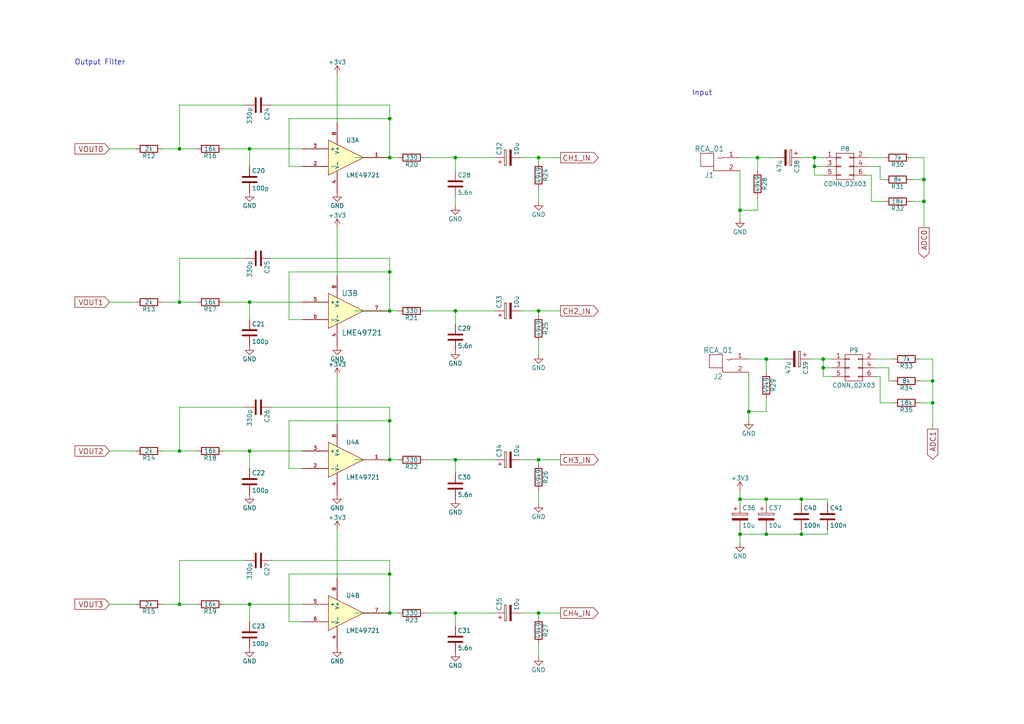
<source format=kicad_sch>
(kicad_sch (version 20211123) (generator eeschema)
  (paper "A4")
  (title_block (title "Filter") (date "2017-06-16") (rev "1.1") (company "Kai Dehmelt") (comment 1 "Revision 1.1 - Michael Funk"))
  (lib_symbols
    (symbol "freeDSP_Classic_SMD-rescue:+3V3" (power) (pin_names (offset 0))
      (property "Value" "+3V3" (at 0 3.556 0))
      (symbol "+3V3_0_1"
        (polyline (pts (xy -0.762 1.27) (xy 0 2.54)))
        (polyline (pts (xy 0 0) (xy 0 2.54)))
        (polyline (pts (xy 0 2.54) (xy 0.762 1.27)))
      )
      (symbol "+3V3_1_1"
        (pin power_in line (at 0 0 90) (length 0) hide (name "+3V3") (number "1"))
      )
    )
    (symbol "freeDSP_Classic_SMD-rescue:C" (pin_numbers hide) (pin_names (offset 0.254))
      (property "Reference" "C" (at 0.635 2.54 0))
      (property "Value" "C" (at 0.635 -2.54 0))
      (symbol "C_0_1"
        (polyline (pts (xy -2.032 -0.762) (xy 2.032 -0.762)) (stroke (width 0.508)))
        (polyline (pts (xy -2.032 0.762) (xy 2.032 0.762)) (stroke (width 0.508)))
      )
      (symbol "C_1_1"
        (pin passive line (at 0 3.81 270) (length 2.794) (name "~") (number "1"))
        (pin passive line (at 0 -3.81 90) (length 2.794) (name "~") (number "2"))
      )
    )
    (symbol "freeDSP_Classic_SMD-rescue:CONN_02X03" (pin_names (offset 0.0254) hide)
      (property "Reference" "P" (at 0 5.08 0))
      (property "Value" "CONN_02X03" (at 0 -5.08 0))
      (symbol "CONN_02X03_0_1"
        (rectangle (start -2.54 -2.413) (end -1.27 -2.667))
        (rectangle (start -2.54 0.127) (end -1.27 -0.127))
        (rectangle (start -2.54 2.667) (end -1.27 2.413))
        (rectangle (start -2.54 3.81) (end 2.54 -3.81))
        (rectangle (start 1.27 -2.413) (end 2.54 -2.667))
        (rectangle (start 1.27 0.127) (end 2.54 -0.127))
        (rectangle (start 1.27 2.667) (end 2.54 2.413))
      )
      (symbol "CONN_02X03_1_1"
        (pin passive line (at -6.35 2.54 0) (length 3.81) (name "P1") (number "1"))
        (pin passive line (at 6.35 2.54 180) (length 3.81) (name "P2") (number "2"))
        (pin passive line (at -6.35 0 0) (length 3.81) (name "P3") (number "3"))
        (pin passive line (at 6.35 0 180) (length 3.81) (name "P4") (number "4"))
        (pin passive line (at -6.35 -2.54 0) (length 3.81) (name "P5") (number "5"))
        (pin passive line (at 6.35 -2.54 180) (length 3.81) (name "P6") (number "6"))
      )
    )
    (symbol "freeDSP_Classic_SMD-rescue:CP" (pin_numbers hide) (pin_names (offset 0.254))
      (property "Reference" "C" (at 0.635 2.54 0))
      (property "Value" "CP" (at 0.635 -2.54 0))
      (symbol "CP_0_1"
        (rectangle (start -2.286 0.508) (end -2.286 1.016))
        (rectangle (start -2.286 0.508) (end 2.286 0.508))
        (polyline (pts (xy -1.778 2.286) (xy -0.762 2.286)))
        (polyline (pts (xy -1.27 2.794) (xy -1.27 1.778)))
        (rectangle (start 2.286 -0.508) (end -2.286 -1.016) (fill (type outline)))
        (rectangle (start 2.286 1.016) (end -2.286 1.016))
        (rectangle (start 2.286 1.016) (end 2.286 0.508))
      )
      (symbol "CP_1_1"
        (pin passive line (at 0 3.81 270) (length 2.794) (name "~") (number "1"))
        (pin passive line (at 0 -3.81 90) (length 2.794) (name "~") (number "2"))
      )
    )
    (symbol "freeDSP_Classic_SMD-rescue:GND" (power) (pin_names (offset 0))
      (property "Value" "GND" (at 0 -3.81 0))
      (symbol "GND_0_1"
        (polyline (pts (xy 0 0) (xy 0 -1.27) (xy 1.27 -1.27) (xy 0 -2.54) (xy -1.27 -1.27) (xy 0 -1.27)))
      )
      (symbol "GND_1_1"
        (pin power_in line (at 0 0 270) (length 0) hide (name "GND") (number "1"))
      )
    )
    (symbol "freeDSP_Classic_SMD-rescue:LM358"
      (property "Reference" "U" (at -1.27 5.08 0))
      (property "Value" "LM358" (at -1.27 -6.35 0))
      (symbol "LM358_0_1"
        (polyline (pts (xy -5.08 5.08) (xy 5.08 0) (xy -5.08 -5.08) (xy -5.08 5.08)) (stroke (width 0.1524)) (fill (type background)))
        (pin power_in line (at -2.54 -10.16 90) (length 6.35) (name "V-") (number "4"))
        (pin power_in line (at -2.54 10.16 270) (length 6.35) (name "V+") (number "8"))
      )
      (symbol "LM358_1_1"
        (pin output line (at 12.7 0 180) (length 7.62) (name "~") (number "1"))
        (pin input line (at -12.7 -2.54 0) (length 7.62) (name "-") (number "2"))
        (pin input line (at -12.7 2.54 0) (length 7.62) (name "+") (number "3"))
      )
      (symbol "LM358_2_1"
        (pin input line (at -12.7 2.54 0) (length 7.62) (name "+") (number "5"))
        (pin input line (at -12.7 -2.54 0) (length 7.62) (name "-") (number "6"))
        (pin output line (at 12.7 0 180) (length 7.62) (name "~") (number "7"))
      )
    )
    (symbol "freeDSP_Classic_SMD-rescue:R" (pin_numbers hide) (pin_names (offset 0))
      (property "Reference" "R" (at 2.032 0 90))
      (property "Value" "R" (at 0 0 90))
      (symbol "R_0_1"
        (rectangle (start -1.016 -2.54) (end 1.016 2.54) (stroke (width 0.254)))
      )
      (symbol "R_1_1"
        (pin passive line (at 0 3.81 270) (length 1.27) (name "~") (number "1"))
        (pin passive line (at 0 -3.81 90) (length 1.27) (name "~") (number "2"))
      )
    )
    (symbol "freeDSP_Classic_SMD-rescue:RCA_01" (pin_names (offset 1.016) hide)
      (property "Reference" "J" (at -1.27 -2.54 0))
      (property "Value" "RCA_01" (at -1.27 5.08 0))
      (symbol "RCA_01_0_1"
        (rectangle (start -3.81 3.81) (end 0 0))
        (polyline (pts (xy 0 -1.27) (xy 0 0)))
        (polyline (pts (xy 0 -1.27) (xy 2.54 -1.27)))
        (arc (start 1.27 2.54) (mid 1.905 2.277) (end 2.54 2.54))
      )
      (symbol "RCA_01_1_1"
        (pin passive line (at 7.62 2.54 180) (length 5.08) (name "SIG") (number "1"))
        (pin passive line (at 7.62 -1.27 180) (length 5.08) (name "GND") (number "2"))
      )
    )
  )
  (junction (at 267.97 58.42))
  (junction (at 52.07 130.81))
  (junction (at 52.07 87.63))
  (junction (at 236.22 45.72))
  (junction (at 72.39 87.63))
  (junction (at 113.03 90.17))
  (junction (at 156.21 45.72))
  (junction (at 132.08 90.17))
  (junction (at 52.07 43.18))
  (junction (at 113.03 78.867))
  (junction (at 238.76 106.68))
  (junction (at 156.21 177.8))
  (junction (at 72.39 130.81))
  (junction (at 238.76 104.14))
  (junction (at 113.03 166.497))
  (junction (at 270.51 110.49))
  (junction (at 232.41 144.78))
  (junction (at 214.63 154.94))
  (junction (at 222.25 154.94))
  (junction (at 232.41 154.94))
  (junction (at 219.71 45.72))
  (junction (at 267.97 52.07))
  (junction (at 156.21 90.17))
  (junction (at 270.51 116.84))
  (junction (at 113.03 122.047))
  (junction (at 222.25 104.14))
  (junction (at 132.08 133.35))
  (junction (at 214.63 144.78))
  (junction (at 236.22 48.26))
  (junction (at 222.25 144.78))
  (junction (at 72.39 43.18))
  (junction (at 113.03 133.35))
  (junction (at 132.08 177.8))
  (junction (at 214.63 60.96))
  (junction (at 156.21 133.35))
  (junction (at 113.03 45.72))
  (junction (at 113.03 177.8))
  (junction (at 217.17 119.38))
  (junction (at 113.03 34.417))
  (junction (at 72.39 175.26))
  (junction (at 52.07 175.26))
  (junction (at 132.08 45.72))
  (wire (pts (xy 72.39 180.34) (xy 72.39 175.26)))
  (wire (pts (xy 72.39 92.71) (xy 72.39 87.63)))
  (wire (pts (xy 132.08 177.8) (xy 143.51 177.8)))
  (wire (pts (xy 64.77 87.63) (xy 72.39 87.63)))
  (wire (pts (xy 222.25 119.38) (xy 217.17 119.38)))
  (wire (pts (xy 113.03 74.93) (xy 113.03 78.867)))
  (wire (pts (xy 214.63 144.78) (xy 214.63 146.05)))
  (wire (pts (xy 156.21 179.07) (xy 156.21 177.8)))
  (wire (pts (xy 214.63 60.96) (xy 214.63 63.5)))
  (wire (pts (xy 64.77 175.26) (xy 72.39 175.26)))
  (wire (pts (xy 72.39 87.63) (xy 87.63 87.63)))
  (wire (pts (xy 238.76 104.14) (xy 238.76 106.68)))
  (wire (pts (xy 266.7 116.84) (xy 270.51 116.84)))
  (wire (pts (xy 238.76 104.14) (xy 241.3 104.14)))
  (wire (pts (xy 123.19 177.8) (xy 132.08 177.8)))
  (wire (pts (xy 219.71 60.96) (xy 214.63 60.96)))
  (wire (pts (xy 222.25 154.94) (xy 214.63 154.94)))
  (wire (pts (xy 251.46 45.72) (xy 256.54 45.72)))
  (wire (pts (xy 264.16 45.72) (xy 267.97 45.72)))
  (wire (pts (xy 214.63 45.72) (xy 219.71 45.72)))
  (wire (pts (xy 52.07 74.93) (xy 71.12 74.93)))
  (wire (pts (xy 238.76 106.68) (xy 238.76 109.22)))
  (wire (pts (xy 254 104.14) (xy 259.08 104.14)))
  (wire (pts (xy 232.41 153.67) (xy 232.41 154.94)))
  (wire (pts (xy 113.03 74.93) (xy 78.74 74.93)))
  (wire (pts (xy 64.77 130.81) (xy 72.39 130.81)))
  (wire (pts (xy 102.87 177.8) (xy 113.03 177.8)))
  (wire (pts (xy 113.03 122.047) (xy 113.03 133.35)))
  (wire (pts (xy 219.71 49.53) (xy 219.71 45.72)))
  (wire (pts (xy 83.82 180.34) (xy 83.82 166.497)))
  (wire (pts (xy 255.27 52.07) (xy 256.54 52.07)))
  (wire (pts (xy 132.08 133.35) (xy 143.51 133.35)))
  (wire (pts (xy 132.08 45.72) (xy 143.51 45.72)))
  (wire (pts (xy 52.07 87.63) (xy 57.15 87.63)))
  (wire (pts (xy 83.82 135.89) (xy 83.82 122.047)))
  (wire (pts (xy 156.21 90.17) (xy 162.56 90.17)))
  (wire (pts (xy 83.82 122.047) (xy 113.03 122.047)))
  (wire (pts (xy 52.07 130.81) (xy 57.15 130.81)))
  (wire (pts (xy 31.75 175.26) (xy 39.37 175.26)))
  (wire (pts (xy 113.03 162.56) (xy 113.03 166.497)))
  (wire (pts (xy 113.03 118.11) (xy 78.74 118.11)))
  (wire (pts (xy 236.22 50.8) (xy 238.76 50.8)))
  (wire (pts (xy 113.03 133.35) (xy 115.57 133.35)))
  (wire (pts (xy 156.21 142.24) (xy 156.21 146.05)))
  (wire (pts (xy 214.63 153.67) (xy 214.63 154.94)))
  (wire (pts (xy 240.03 154.94) (xy 232.41 154.94)))
  (wire (pts (xy 132.08 177.8) (xy 132.08 181.61)))
  (wire (pts (xy 270.51 110.49) (xy 270.51 116.84)))
  (wire (pts (xy 113.03 162.56) (xy 78.74 162.56)))
  (wire (pts (xy 222.25 153.67) (xy 222.25 154.94)))
  (wire (pts (xy 123.19 90.17) (xy 132.08 90.17)))
  (wire (pts (xy 217.17 104.14) (xy 222.25 104.14)))
  (wire (pts (xy 214.63 49.53) (xy 214.63 60.96)))
  (wire (pts (xy 238.76 109.22) (xy 241.3 109.22)))
  (wire (pts (xy 232.41 154.94) (xy 222.25 154.94)))
  (wire (pts (xy 254 109.22) (xy 255.27 109.22)))
  (wire (pts (xy 219.71 45.72) (xy 224.79 45.72)))
  (wire (pts (xy 64.77 43.18) (xy 72.39 43.18)))
  (wire (pts (xy 251.46 50.8) (xy 252.73 50.8)))
  (wire (pts (xy 31.75 43.18) (xy 39.37 43.18)))
  (wire (pts (xy 255.27 109.22) (xy 255.27 116.84)))
  (wire (pts (xy 132.08 133.35) (xy 132.08 137.16)))
  (wire (pts (xy 113.03 30.48) (xy 78.74 30.48)))
  (wire (pts (xy 222.25 115.57) (xy 222.25 119.38)))
  (wire (pts (xy 113.03 118.11) (xy 113.03 122.047)))
  (wire (pts (xy 46.99 43.18) (xy 52.07 43.18)))
  (wire (pts (xy 52.07 30.48) (xy 71.12 30.48)))
  (wire (pts (xy 87.63 180.34) (xy 83.82 180.34)))
  (wire (pts (xy 266.7 104.14) (xy 270.51 104.14)))
  (wire (pts (xy 252.73 58.42) (xy 256.54 58.42)))
  (wire (pts (xy 219.71 57.15) (xy 219.71 60.96)))
  (wire (pts (xy 113.03 78.867) (xy 113.03 90.17)))
  (wire (pts (xy 52.07 130.81) (xy 52.07 118.11)))
  (wire (pts (xy 31.75 87.63) (xy 39.37 87.63)))
  (wire (pts (xy 87.63 92.71) (xy 83.82 92.71)))
  (wire (pts (xy 232.41 146.05) (xy 232.41 144.78)))
  (wire (pts (xy 52.07 162.56) (xy 71.12 162.56)))
  (wire (pts (xy 72.39 48.26) (xy 72.39 43.18)))
  (wire (pts (xy 236.22 48.26) (xy 238.76 48.26)))
  (wire (pts (xy 267.97 45.72) (xy 267.97 52.07)))
  (wire (pts (xy 264.16 58.42) (xy 267.97 58.42)))
  (wire (pts (xy 266.7 110.49) (xy 270.51 110.49)))
  (wire (pts (xy 222.25 107.95) (xy 222.25 104.14)))
  (wire (pts (xy 123.19 133.35) (xy 132.08 133.35)))
  (wire (pts (xy 46.99 87.63) (xy 52.07 87.63)))
  (wire (pts (xy 255.27 116.84) (xy 259.08 116.84)))
  (wire (pts (xy 87.63 135.89) (xy 83.82 135.89)))
  (wire (pts (xy 113.03 34.417) (xy 113.03 45.72)))
  (wire (pts (xy 83.82 78.867) (xy 113.03 78.867)))
  (wire (pts (xy 270.51 116.84) (xy 270.51 124.46)))
  (wire (pts (xy 39.37 130.81) (xy 31.75 130.81)))
  (wire (pts (xy 87.63 48.26) (xy 83.82 48.26)))
  (wire (pts (xy 72.39 135.89) (xy 72.39 130.81)))
  (wire (pts (xy 156.21 133.35) (xy 162.56 133.35)))
  (wire (pts (xy 267.97 52.07) (xy 267.97 58.42)))
  (wire (pts (xy 83.82 48.26) (xy 83.82 34.417)))
  (wire (pts (xy 72.39 43.18) (xy 87.63 43.18)))
  (wire (pts (xy 102.87 45.72) (xy 113.03 45.72)))
  (wire (pts (xy 214.63 144.78) (xy 222.25 144.78)))
  (wire (pts (xy 132.08 45.72) (xy 132.08 49.53)))
  (wire (pts (xy 46.99 130.81) (xy 52.07 130.81)))
  (wire (pts (xy 113.03 45.72) (xy 115.57 45.72)))
  (wire (pts (xy 217.17 119.38) (xy 217.17 121.92)))
  (wire (pts (xy 236.22 48.26) (xy 236.22 50.8)))
  (wire (pts (xy 156.21 46.99) (xy 156.21 45.72)))
  (wire (pts (xy 151.13 133.35) (xy 156.21 133.35)))
  (wire (pts (xy 222.25 146.05) (xy 222.25 144.78)))
  (wire (pts (xy 156.21 91.44) (xy 156.21 90.17)))
  (wire (pts (xy 113.03 177.8) (xy 115.57 177.8)))
  (wire (pts (xy 156.21 177.8) (xy 162.56 177.8)))
  (wire (pts (xy 257.81 106.68) (xy 257.81 110.49)))
  (wire (pts (xy 83.82 92.71) (xy 83.82 78.867)))
  (wire (pts (xy 72.39 130.81) (xy 87.63 130.81)))
  (wire (pts (xy 132.08 90.17) (xy 143.51 90.17)))
  (wire (pts (xy 151.13 177.8) (xy 156.21 177.8)))
  (wire (pts (xy 52.07 43.18) (xy 57.15 43.18)))
  (wire (pts (xy 234.95 104.14) (xy 238.76 104.14)))
  (wire (pts (xy 123.19 45.72) (xy 132.08 45.72)))
  (wire (pts (xy 52.07 175.26) (xy 52.07 162.56)))
  (wire (pts (xy 83.82 166.497) (xy 113.03 166.497)))
  (wire (pts (xy 254 106.68) (xy 257.81 106.68)))
  (wire (pts (xy 97.79 21.59) (xy 97.79 35.56)))
  (wire (pts (xy 222.25 104.14) (xy 227.33 104.14)))
  (wire (pts (xy 240.03 144.78) (xy 240.03 146.05)))
  (wire (pts (xy 132.08 90.17) (xy 132.08 93.98)))
  (wire (pts (xy 156.21 186.69) (xy 156.21 190.5)))
  (wire (pts (xy 240.03 153.67) (xy 240.03 154.94)))
  (wire (pts (xy 97.79 109.22) (xy 97.79 123.19)))
  (wire (pts (xy 97.79 66.04) (xy 97.79 80.01)))
  (wire (pts (xy 270.51 104.14) (xy 270.51 110.49)))
  (wire (pts (xy 72.39 175.26) (xy 87.63 175.26)))
  (wire (pts (xy 113.03 166.497) (xy 113.03 177.8)))
  (wire (pts (xy 232.41 144.78) (xy 240.03 144.78)))
  (wire (pts (xy 102.87 133.35) (xy 113.03 133.35)))
  (wire (pts (xy 52.07 118.11) (xy 71.12 118.11)))
  (wire (pts (xy 156.21 54.61) (xy 156.21 58.42)))
  (wire (pts (xy 52.07 43.18) (xy 52.07 30.48)))
  (wire (pts (xy 267.97 58.42) (xy 267.97 66.04)))
  (wire (pts (xy 46.99 175.26) (xy 52.07 175.26)))
  (wire (pts (xy 255.27 48.26) (xy 255.27 52.07)))
  (wire (pts (xy 156.21 99.06) (xy 156.21 102.87)))
  (wire (pts (xy 236.22 45.72) (xy 238.76 45.72)))
  (wire (pts (xy 217.17 107.95) (xy 217.17 119.38)))
  (wire (pts (xy 214.63 154.94) (xy 214.63 157.48)))
  (wire (pts (xy 156.21 45.72) (xy 162.56 45.72)))
  (wire (pts (xy 132.08 57.15) (xy 132.08 59.69)))
  (wire (pts (xy 238.76 106.68) (xy 241.3 106.68)))
  (wire (pts (xy 83.82 34.417) (xy 113.03 34.417)))
  (wire (pts (xy 236.22 45.72) (xy 236.22 48.26)))
  (wire (pts (xy 222.25 144.78) (xy 232.41 144.78)))
  (wire (pts (xy 264.16 52.07) (xy 267.97 52.07)))
  (wire (pts (xy 232.41 45.72) (xy 236.22 45.72)))
  (wire (pts (xy 102.87 90.17) (xy 113.03 90.17)))
  (wire (pts (xy 52.07 87.63) (xy 52.07 74.93)))
  (wire (pts (xy 97.79 153.67) (xy 97.79 167.64)))
  (wire (pts (xy 251.46 48.26) (xy 255.27 48.26)))
  (wire (pts (xy 52.07 175.26) (xy 57.15 175.26)))
  (wire (pts (xy 214.63 142.24) (xy 214.63 144.78)))
  (wire (pts (xy 113.03 30.48) (xy 113.03 34.417)))
  (wire (pts (xy 151.13 90.17) (xy 156.21 90.17)))
  (wire (pts (xy 113.03 90.17) (xy 115.57 90.17)))
  (wire (pts (xy 151.13 45.72) (xy 156.21 45.72)))
  (wire (pts (xy 156.21 134.62) (xy 156.21 133.35)))
  (wire (pts (xy 257.81 110.49) (xy 259.08 110.49)))
  (wire (pts (xy 252.73 50.8) (xy 252.73 58.42)))
  (text "Input" (at 200.66 27.94 0) (effects (font (size 1.524 1.524)) (justify left bottom)))
  (text "Output Filter" (at 21.59 19.05 0) (effects (font (size 1.524 1.524)) (justify left bottom)))
  (global_label "VOUT3" (shape input) (at 31.75 175.26 180) (effects (font (size 1.524 1.524))) (property "Intersheet References" "${INTERSHEET_REFS}" (effects hide)))
  (global_label "VOUT1" (shape input) (at 31.75 87.63 180) (effects (font (size 1.524 1.524))) (property "Intersheet References" "${INTERSHEET_REFS}" (effects hide)))
  (global_label "CH2_IN" (shape output) (at 162.56 90.17 0) (effects (font (size 1.524 1.524))) (property "Intersheet References" "${INTERSHEET_REFS}" (effects hide)))
  (global_label "ADC1" (shape output) (at 270.51 124.46 270) (effects (font (size 1.524 1.524))) (property "Intersheet References" "${INTERSHEET_REFS}" (effects hide)))
  (global_label "ADC0" (shape output) (at 267.97 66.04 270) (effects (font (size 1.524 1.524))) (property "Intersheet References" "${INTERSHEET_REFS}" (effects hide)))
  (global_label "CH4_IN" (shape output) (at 162.56 177.8 0) (effects (font (size 1.524 1.524))) (property "Intersheet References" "${INTERSHEET_REFS}" (effects hide)))
  (global_label "VOUT2" (shape input) (at 31.75 130.81 180) (effects (font (size 1.524 1.524))) (property "Intersheet References" "${INTERSHEET_REFS}" (effects hide)))
  (global_label "CH3_IN" (shape output) (at 162.56 133.35 0) (effects (font (size 1.524 1.524))) (property "Intersheet References" "${INTERSHEET_REFS}" (effects hide)))
  (global_label "VOUT0" (shape input) (at 31.75 43.18 180) (effects (font (size 1.524 1.524))) (property "Intersheet References" "${INTERSHEET_REFS}" (effects hide)))
  (global_label "CH1_IN" (shape output) (at 162.56 45.72 0) (effects (font (size 1.524 1.524))) (property "Intersheet References" "${INTERSHEET_REFS}" (effects hide)))
  (symbol (lib_id "freeDSP_Classic_SMD-rescue:R") (at 43.18 43.18 270) (unit 1)
    (property "Reference" "R12" (at 43.18 45.212 90))
    (property "Value" "2k" (at 43.18 43.18 90))
    (property "Footprint" "fdsp_resistor:R_1206_HandSoldering" (effects hide))
  )
  (symbol (lib_id "freeDSP_Classic_SMD-rescue:R") (at 60.96 43.18 270) (unit 1)
    (property "Reference" "R16" (at 60.96 45.212 90))
    (property "Value" "16k" (at 60.96 43.18 90))
    (property "Footprint" "fdsp_resistor:R_1206_HandSoldering" (effects hide))
  )
  (symbol (lib_id "freeDSP_Classic_SMD-rescue:C") (at 72.39 52.07 0) (unit 1)
    (property "Reference" "C20" (at 73.025 49.53 0) (effects (justify left)))
    (property "Value" "100p" (at 73.025 54.61 0) (effects (justify left)))
    (property "Footprint" "fdsp_capacitor:C_1206_HandSoldering" (effects hide))
  )
  (symbol (lib_id "freeDSP_Classic_SMD-rescue:C") (at 74.93 30.48 270) (unit 1)
    (property "Reference" "C24" (at 77.47 31.115 0) (effects (justify left)))
    (property "Value" "330p" (at 72.39 31.115 0) (effects (justify left)))
    (property "Footprint" "fdsp_capacitor:C_1206_HandSoldering" (effects hide))
  )
  (symbol (lib_id "freeDSP_Classic_SMD-rescue:R") (at 119.38 45.72 270) (unit 1)
    (property "Reference" "R20" (at 119.38 47.752 90))
    (property "Value" "330" (at 119.38 45.72 90))
    (property "Footprint" "fdsp_resistor:R_1206_HandSoldering" (effects hide))
  )
  (symbol (lib_id "freeDSP_Classic_SMD-rescue:C") (at 132.08 53.34 0) (unit 1)
    (property "Reference" "C28" (at 132.715 50.8 0) (effects (justify left)))
    (property "Value" "5.6n" (at 132.715 55.88 0) (effects (justify left)))
    (property "Footprint" "fdsp_capacitor:C_1206_HandSoldering" (effects hide))
  )
  (symbol (lib_id "freeDSP_Classic_SMD-rescue:CP") (at 147.32 45.72 90) (unit 1)
    (property "Reference" "C32" (at 144.78 45.085 0) (effects (justify left)))
    (property "Value" "10u" (at 149.86 45.085 0) (effects (justify left)))
    (property "Footprint" "fdsp_capacitor:C_Radial_D5_L11_P2" (effects hide))
  )
  (symbol (lib_id "freeDSP_Classic_SMD-rescue:GND") (at 97.79 55.88 0) (unit 1)
    (property "Reference" "#PWR047" (effects hide))
    (property "Value" "GND" (at 97.79 59.69 0))
  )
  (symbol (lib_id "freeDSP_Classic_SMD-rescue:+3V3") (at 97.79 21.59 0) (unit 1)
    (property "Reference" "#PWR043" (effects hide))
    (property "Value" "+3V3" (at 97.79 18.034 0))
  )
  (symbol (lib_id "freeDSP_Classic_SMD-rescue:GND") (at 72.39 55.88 0) (unit 1)
    (property "Reference" "#PWR046" (effects hide))
    (property "Value" "GND" (at 72.39 59.69 0))
  )
  (symbol (lib_id "freeDSP_Classic_SMD-rescue:R") (at 156.21 50.8 0) (unit 1)
    (property "Reference" "R24" (at 158.242 50.8 90))
    (property "Value" "49k9" (at 156.21 50.8 90))
    (property "Footprint" "fdsp_resistor:R_1206_HandSoldering" (effects hide))
  )
  (symbol (lib_id "freeDSP_Classic_SMD-rescue:RCA_01") (at 207.01 48.26 0) (unit 1)
    (property "Reference" "J1" (at 205.74 50.8 0) (effects (font (size 1.524 1.524))))
    (property "Value" "RCA_01" (at 205.74 43.18 0) (effects (font (size 1.524 1.524))))
    (property "Footprint" "fdsp_connector:RCA_RCJ-01x" (effects hide))
  )
  (symbol (lib_id "freeDSP_Classic_SMD-rescue:CP") (at 228.6 45.72 270) (unit 1)
    (property "Reference" "C38" (at 231.14 46.355 0) (effects (justify left)))
    (property "Value" "47u" (at 226.06 46.355 0) (effects (justify left)))
    (property "Footprint" "fdsp_capacitor:C_Radial_D5_L11_P2" (effects hide))
  )
  (symbol (lib_id "freeDSP_Classic_SMD-rescue:CONN_02X03") (at 245.11 48.26 0) (unit 1)
    (property "Reference" "P8" (at 245.11 43.18 0))
    (property "Value" "CONN_02X03" (at 245.11 53.34 0))
    (property "Footprint" "fdsp_pinheader:Pin_Header_Straight_2x03" (effects hide))
  )
  (symbol (lib_id "freeDSP_Classic_SMD-rescue:R") (at 260.35 45.72 270) (unit 1)
    (property "Reference" "R30" (at 260.35 47.752 90))
    (property "Value" "7k" (at 260.35 45.72 90))
    (property "Footprint" "fdsp_resistor:R_1206_HandSoldering" (effects hide))
  )
  (symbol (lib_id "freeDSP_Classic_SMD-rescue:R") (at 260.35 52.07 270) (unit 1)
    (property "Reference" "R31" (at 260.35 54.102 90))
    (property "Value" "8k" (at 260.35 52.07 90))
    (property "Footprint" "fdsp_resistor:R_1206_HandSoldering" (effects hide))
  )
  (symbol (lib_id "freeDSP_Classic_SMD-rescue:R") (at 260.35 58.42 270) (unit 1)
    (property "Reference" "R32" (at 260.35 60.452 90))
    (property "Value" "18k" (at 260.35 58.42 90))
    (property "Footprint" "fdsp_resistor:R_1206_HandSoldering" (effects hide))
  )
  (symbol (lib_id "freeDSP_Classic_SMD-rescue:GND") (at 214.63 63.5 0) (unit 1)
    (property "Reference" "#PWR044" (effects hide))
    (property "Value" "GND" (at 214.63 67.31 0))
  )
  (symbol (lib_id "freeDSP_Classic_SMD-rescue:R") (at 219.71 53.34 0) (unit 1)
    (property "Reference" "R28" (at 221.742 53.34 90))
    (property "Value" "49k9" (at 219.71 53.34 90))
    (property "Footprint" "fdsp_resistor:R_1206_HandSoldering" (effects hide))
  )
  (symbol (lib_id "freeDSP_Classic_SMD-rescue:LM358") (at 100.33 45.72 0) (unit 1)
    (property "Reference" "U3" (at 100.33 40.64 0) (effects (justify left)))
    (property "Value" "LME49721" (at 100.33 50.8 0) (effects (justify left)))
    (property "Footprint" "fdsp_housing_new:SOIC-8_3.9x4.9mm_Pitch1.27mm" (effects hide))
  )
  (symbol (lib_id "freeDSP_Classic_SMD-rescue:RCA_01") (at 209.55 106.68 0) (unit 1)
    (property "Reference" "J2" (at 208.28 109.22 0) (effects (font (size 1.524 1.524))))
    (property "Value" "RCA_01" (at 208.28 101.6 0) (effects (font (size 1.524 1.524))))
    (property "Footprint" "fdsp_connector:RCA_RCJ-01x" (effects hide))
  )
  (symbol (lib_id "freeDSP_Classic_SMD-rescue:CP") (at 231.14 104.14 270) (unit 1)
    (property "Reference" "C39" (at 233.68 104.775 0) (effects (justify left)))
    (property "Value" "47u" (at 228.6 104.775 0) (effects (justify left)))
    (property "Footprint" "fdsp_capacitor:C_Radial_D5_L11_P2" (effects hide))
  )
  (symbol (lib_id "freeDSP_Classic_SMD-rescue:CONN_02X03") (at 247.65 106.68 0) (unit 1)
    (property "Reference" "P9" (at 247.65 101.6 0))
    (property "Value" "CONN_02X03" (at 247.65 111.76 0))
    (property "Footprint" "fdsp_pinheader:Pin_Header_Straight_2x03" (effects hide))
  )
  (symbol (lib_id "freeDSP_Classic_SMD-rescue:R") (at 262.89 104.14 270) (unit 1)
    (property "Reference" "R33" (at 262.89 106.172 90))
    (property "Value" "7k" (at 262.89 104.14 90))
    (property "Footprint" "fdsp_resistor:R_1206_HandSoldering" (effects hide))
  )
  (symbol (lib_id "freeDSP_Classic_SMD-rescue:R") (at 262.89 110.49 270) (unit 1)
    (property "Reference" "R34" (at 262.89 112.522 90))
    (property "Value" "8k" (at 262.89 110.49 90))
    (property "Footprint" "fdsp_resistor:R_1206_HandSoldering" (effects hide))
  )
  (symbol (lib_id "freeDSP_Classic_SMD-rescue:R") (at 262.89 116.84 270) (unit 1)
    (property "Reference" "R35" (at 262.89 118.872 90))
    (property "Value" "18k" (at 262.89 116.84 90))
    (property "Footprint" "fdsp_resistor:R_1206_HandSoldering" (effects hide))
  )
  (symbol (lib_id "freeDSP_Classic_SMD-rescue:GND") (at 217.17 121.92 0) (unit 1)
    (property "Reference" "#PWR045" (effects hide))
    (property "Value" "GND" (at 217.17 125.73 0))
  )
  (symbol (lib_id "freeDSP_Classic_SMD-rescue:R") (at 222.25 111.76 0) (unit 1)
    (property "Reference" "R29" (at 224.282 111.76 90))
    (property "Value" "49k9" (at 222.25 111.76 90))
    (property "Footprint" "fdsp_resistor:R_1206_HandSoldering" (effects hide))
  )
  (symbol (lib_id "freeDSP_Classic_SMD-rescue:GND") (at 214.63 157.48 0) (unit 1)
    (property "Reference" "#PWR065" (effects hide))
    (property "Value" "GND" (at 214.63 161.29 0))
  )
  (symbol (lib_id "freeDSP_Classic_SMD-rescue:CP") (at 214.63 149.86 0) (unit 1)
    (property "Reference" "C36" (at 215.265 147.32 0) (effects (justify left)))
    (property "Value" "10u" (at 215.265 152.4 0) (effects (justify left)))
    (property "Footprint" "fdsp_capacitor:C_Radial_D5_L11_P2" (effects hide))
  )
  (symbol (lib_id "freeDSP_Classic_SMD-rescue:CP") (at 222.25 149.86 0) (unit 1)
    (property "Reference" "C37" (at 222.885 147.32 0) (effects (justify left)))
    (property "Value" "10u" (at 222.885 152.4 0) (effects (justify left)))
    (property "Footprint" "fdsp_capacitor:C_Radial_D5_L11_P2" (effects hide))
  )
  (symbol (lib_id "freeDSP_Classic_SMD-rescue:+3V3") (at 214.63 142.24 0) (unit 1)
    (property "Reference" "#PWR066" (effects hide))
    (property "Value" "+3V3" (at 214.63 138.684 0))
  )
  (symbol (lib_id "freeDSP_Classic_SMD-rescue:C") (at 232.41 149.86 0) (unit 1)
    (property "Reference" "C40" (at 233.045 147.32 0) (effects (justify left)))
    (property "Value" "100n" (at 233.045 152.4 0) (effects (justify left)))
    (property "Footprint" "fdsp_capacitor:C_1206_HandSoldering" (effects hide))
  )
  (symbol (lib_id "freeDSP_Classic_SMD-rescue:C") (at 240.03 149.86 0) (unit 1)
    (property "Reference" "C41" (at 240.665 147.32 0) (effects (justify left)))
    (property "Value" "100n" (at 240.665 152.4 0) (effects (justify left)))
    (property "Footprint" "fdsp_capacitor:C_1206_HandSoldering" (effects hide))
  )
  (symbol (lib_id "freeDSP_Classic_SMD-rescue:+3V3") (at 97.79 66.04 0) (unit 1)
    (property "Reference" "#PWR048" (effects hide))
    (property "Value" "+3V3" (at 97.79 62.484 0))
  )
  (symbol (lib_id "freeDSP_Classic_SMD-rescue:GND") (at 72.39 100.33 0) (unit 1)
    (property "Reference" "#PWR049" (effects hide))
    (property "Value" "GND" (at 72.39 104.14 0))
  )
  (symbol (lib_id "freeDSP_Classic_SMD-rescue:GND") (at 97.79 100.33 0) (unit 1)
    (property "Reference" "#PWR050" (effects hide))
    (property "Value" "GND" (at 97.79 104.14 0))
  )
  (symbol (lib_id "freeDSP_Classic_SMD-rescue:CP") (at 147.32 90.17 90) (unit 1)
    (property "Reference" "C33" (at 144.78 89.535 0) (effects (justify left)))
    (property "Value" "10u" (at 149.86 89.535 0) (effects (justify left)))
    (property "Footprint" "fdsp_capacitor:C_Radial_D5_L11_P2" (effects hide))
  )
  (symbol (lib_id "freeDSP_Classic_SMD-rescue:C") (at 132.08 97.79 0) (unit 1)
    (property "Reference" "C29" (at 132.715 95.25 0) (effects (justify left)))
    (property "Value" "5.6n" (at 132.715 100.33 0) (effects (justify left)))
    (property "Footprint" "fdsp_capacitor:C_1206_HandSoldering" (effects hide))
  )
  (symbol (lib_id "freeDSP_Classic_SMD-rescue:R") (at 119.38 90.17 270) (unit 1)
    (property "Reference" "R21" (at 119.38 92.202 90))
    (property "Value" "330" (at 119.38 90.17 90))
    (property "Footprint" "fdsp_resistor:R_1206_HandSoldering" (effects hide))
  )
  (symbol (lib_id "freeDSP_Classic_SMD-rescue:C") (at 74.93 74.93 270) (unit 1)
    (property "Reference" "C25" (at 77.47 75.565 0) (effects (justify left)))
    (property "Value" "330p" (at 72.39 75.565 0) (effects (justify left)))
    (property "Footprint" "fdsp_capacitor:C_1206_HandSoldering" (effects hide))
  )
  (symbol (lib_id "freeDSP_Classic_SMD-rescue:C") (at 72.39 96.52 0) (unit 1)
    (property "Reference" "C21" (at 73.025 93.98 0) (effects (justify left)))
    (property "Value" "100p" (at 73.025 99.06 0) (effects (justify left)))
    (property "Footprint" "fdsp_capacitor:C_1206_HandSoldering" (effects hide))
  )
  (symbol (lib_id "freeDSP_Classic_SMD-rescue:R") (at 60.96 87.63 270) (unit 1)
    (property "Reference" "R17" (at 60.96 89.662 90))
    (property "Value" "16k" (at 60.96 87.63 90))
    (property "Footprint" "fdsp_resistor:R_1206_HandSoldering" (effects hide))
  )
  (symbol (lib_id "freeDSP_Classic_SMD-rescue:R") (at 43.18 87.63 270) (unit 1)
    (property "Reference" "R13" (at 43.18 89.662 90))
    (property "Value" "2k" (at 43.18 87.63 90))
    (property "Footprint" "fdsp_resistor:R_1206_HandSoldering" (effects hide))
  )
  (symbol (lib_id "freeDSP_Classic_SMD-rescue:+3V3") (at 97.79 109.22 0) (unit 1)
    (property "Reference" "#PWR051" (effects hide))
    (property "Value" "+3V3" (at 97.79 105.664 0))
  )
  (symbol (lib_id "freeDSP_Classic_SMD-rescue:GND") (at 72.39 143.51 0) (unit 1)
    (property "Reference" "#PWR052" (effects hide))
    (property "Value" "GND" (at 72.39 147.32 0))
  )
  (symbol (lib_id "freeDSP_Classic_SMD-rescue:GND") (at 97.79 143.51 0) (unit 1)
    (property "Reference" "#PWR053" (effects hide))
    (property "Value" "GND" (at 97.79 147.32 0))
  )
  (symbol (lib_id "freeDSP_Classic_SMD-rescue:CP") (at 147.32 133.35 90) (unit 1)
    (property "Reference" "C34" (at 144.78 132.715 0) (effects (justify left)))
    (property "Value" "10u" (at 149.86 132.715 0) (effects (justify left)))
    (property "Footprint" "fdsp_capacitor:C_Radial_D5_L11_P2" (effects hide))
  )
  (symbol (lib_id "freeDSP_Classic_SMD-rescue:C") (at 132.08 140.97 0) (unit 1)
    (property "Reference" "C30" (at 132.715 138.43 0) (effects (justify left)))
    (property "Value" "5.6n" (at 132.715 143.51 0) (effects (justify left)))
    (property "Footprint" "fdsp_capacitor:C_1206_HandSoldering" (effects hide))
  )
  (symbol (lib_id "freeDSP_Classic_SMD-rescue:R") (at 119.38 133.35 270) (unit 1)
    (property "Reference" "R22" (at 119.38 135.382 90))
    (property "Value" "330" (at 119.38 133.35 90))
    (property "Footprint" "fdsp_resistor:R_1206_HandSoldering" (effects hide))
  )
  (symbol (lib_id "freeDSP_Classic_SMD-rescue:C") (at 74.93 118.11 270) (unit 1)
    (property "Reference" "C26" (at 77.47 118.745 0) (effects (justify left)))
    (property "Value" "330p" (at 72.39 118.745 0) (effects (justify left)))
    (property "Footprint" "fdsp_capacitor:C_1206_HandSoldering" (effects hide))
  )
  (symbol (lib_id "freeDSP_Classic_SMD-rescue:C") (at 72.39 139.7 0) (unit 1)
    (property "Reference" "C22" (at 73.025 137.16 0) (effects (justify left)))
    (property "Value" "100p" (at 73.025 142.24 0) (effects (justify left)))
    (property "Footprint" "fdsp_capacitor:C_1206_HandSoldering" (effects hide))
  )
  (symbol (lib_id "freeDSP_Classic_SMD-rescue:R") (at 60.96 130.81 270) (unit 1)
    (property "Reference" "R18" (at 60.96 132.842 90))
    (property "Value" "16k" (at 60.96 130.81 90))
    (property "Footprint" "fdsp_resistor:R_1206_HandSoldering" (effects hide))
  )
  (symbol (lib_id "freeDSP_Classic_SMD-rescue:R") (at 43.18 130.81 270) (unit 1)
    (property "Reference" "R14" (at 43.18 132.842 90))
    (property "Value" "2k" (at 43.18 130.81 90))
    (property "Footprint" "fdsp_resistor:R_1206_HandSoldering" (effects hide))
  )
  (symbol (lib_id "freeDSP_Classic_SMD-rescue:LM358") (at 100.33 133.35 0) (unit 1)
    (property "Reference" "U4" (at 100.33 128.27 0) (effects (justify left)))
    (property "Value" "LME49721" (at 100.33 138.43 0) (effects (justify left)))
    (property "Footprint" "fdsp_housing_new:SOIC-8_3.9x4.9mm_Pitch1.27mm" (effects hide))
  )
  (symbol (lib_id "freeDSP_Classic_SMD-rescue:+3V3") (at 97.79 153.67 0) (unit 1)
    (property "Reference" "#PWR054" (effects hide))
    (property "Value" "+3V3" (at 97.79 150.114 0))
  )
  (symbol (lib_id "freeDSP_Classic_SMD-rescue:GND") (at 72.39 187.96 0) (unit 1)
    (property "Reference" "#PWR055" (effects hide))
    (property "Value" "GND" (at 72.39 191.77 0))
  )
  (symbol (lib_id "freeDSP_Classic_SMD-rescue:GND") (at 97.79 187.96 0) (unit 1)
    (property "Reference" "#PWR056" (effects hide))
    (property "Value" "GND" (at 97.79 191.77 0))
  )
  (symbol (lib_id "freeDSP_Classic_SMD-rescue:CP") (at 147.32 177.8 90) (unit 1)
    (property "Reference" "C35" (at 144.78 177.165 0) (effects (justify left)))
    (property "Value" "10u" (at 149.86 177.165 0) (effects (justify left)))
    (property "Footprint" "fdsp_capacitor:C_Radial_D5_L11_P2" (effects hide))
  )
  (symbol (lib_id "freeDSP_Classic_SMD-rescue:C") (at 132.08 185.42 0) (unit 1)
    (property "Reference" "C31" (at 132.715 182.88 0) (effects (justify left)))
    (property "Value" "5.6n" (at 132.715 187.96 0) (effects (justify left)))
    (property "Footprint" "fdsp_capacitor:C_1206_HandSoldering" (effects hide))
  )
  (symbol (lib_id "freeDSP_Classic_SMD-rescue:R") (at 119.38 177.8 270) (unit 1)
    (property "Reference" "R23" (at 119.38 179.832 90))
    (property "Value" "330" (at 119.38 177.8 90))
    (property "Footprint" "fdsp_resistor:R_1206_HandSoldering" (effects hide))
  )
  (symbol (lib_id "freeDSP_Classic_SMD-rescue:C") (at 74.93 162.56 270) (unit 1)
    (property "Reference" "C27" (at 77.47 163.195 0) (effects (justify left)))
    (property "Value" "330p" (at 72.39 163.195 0) (effects (justify left)))
    (property "Footprint" "fdsp_capacitor:C_1206_HandSoldering" (effects hide))
  )
  (symbol (lib_id "freeDSP_Classic_SMD-rescue:C") (at 72.39 184.15 0) (unit 1)
    (property "Reference" "C23" (at 73.025 181.61 0) (effects (justify left)))
    (property "Value" "100p" (at 73.025 186.69 0) (effects (justify left)))
    (property "Footprint" "fdsp_capacitor:C_1206_HandSoldering" (effects hide))
  )
  (symbol (lib_id "freeDSP_Classic_SMD-rescue:R") (at 60.96 175.26 270) (unit 1)
    (property "Reference" "R19" (at 60.96 177.292 90))
    (property "Value" "16k" (at 60.96 175.26 90))
    (property "Footprint" "fdsp_resistor:R_1206_HandSoldering" (effects hide))
  )
  (symbol (lib_id "freeDSP_Classic_SMD-rescue:R") (at 43.18 175.26 270) (unit 1)
    (property "Reference" "R15" (at 43.18 177.292 90))
    (property "Value" "2k" (at 43.18 175.26 90))
    (property "Footprint" "fdsp_resistor:R_1206_HandSoldering" (effects hide))
  )
  (symbol (lib_id "freeDSP_Classic_SMD-rescue:LM358") (at 100.33 177.8 0) (unit 2)
    (property "Reference" "U4" (at 100.33 172.72 0) (effects (justify left)))
    (property "Value" "LME49721" (at 100.33 182.88 0) (effects (justify left)))
    (property "Footprint" "fdsp_housing_new:SOIC-8_3.9x4.9mm_Pitch1.27mm" (effects hide))
  )
  (symbol (lib_id "freeDSP_Classic_SMD-rescue:LM358") (at 100.33 90.17 0) (unit 2)
    (property "Reference" "U3" (at 99.06 85.09 0) (effects (font (size 1.524 1.524)) (justify left)))
    (property "Value" "LME49721" (at 99.06 96.52 0) (effects (font (size 1.524 1.524)) (justify left)))
    (property "Footprint" "fdsp_housing_new:SOIC-8_3.9x4.9mm_Pitch1.27mm" (effects hide))
  )
  (symbol (lib_id "freeDSP_Classic_SMD-rescue:GND") (at 156.21 58.42 0) (unit 1)
    (property "Reference" "#PWR057" (effects hide))
    (property "Value" "GND" (at 156.21 62.23 0))
  )
  (symbol (lib_id "freeDSP_Classic_SMD-rescue:GND") (at 132.08 59.69 0) (unit 1)
    (property "Reference" "#PWR058" (effects hide))
    (property "Value" "GND" (at 132.08 63.5 0))
  )
  (symbol (lib_id "freeDSP_Classic_SMD-rescue:R") (at 156.21 95.25 0) (unit 1)
    (property "Reference" "R25" (at 158.242 95.25 90))
    (property "Value" "49k9" (at 156.21 95.25 90))
    (property "Footprint" "fdsp_resistor:R_1206_HandSoldering" (effects hide))
  )
  (symbol (lib_id "freeDSP_Classic_SMD-rescue:GND") (at 156.21 102.87 0) (unit 1)
    (property "Reference" "#PWR059" (effects hide))
    (property "Value" "GND" (at 156.21 106.68 0))
  )
  (symbol (lib_id "freeDSP_Classic_SMD-rescue:R") (at 156.21 138.43 0) (unit 1)
    (property "Reference" "R26" (at 158.242 138.43 90))
    (property "Value" "49k9" (at 156.21 138.43 90))
    (property "Footprint" "fdsp_resistor:R_1206_HandSoldering" (effects hide))
  )
  (symbol (lib_id "freeDSP_Classic_SMD-rescue:GND") (at 156.21 146.05 0) (unit 1)
    (property "Reference" "#PWR060" (effects hide))
    (property "Value" "GND" (at 156.21 149.86 0))
  )
  (symbol (lib_id "freeDSP_Classic_SMD-rescue:R") (at 156.21 182.88 0) (unit 1)
    (property "Reference" "R27" (at 158.242 182.88 90))
    (property "Value" "49k9" (at 156.21 182.88 90))
    (property "Footprint" "fdsp_resistor:R_1206_HandSoldering" (effects hide))
  )
  (symbol (lib_id "freeDSP_Classic_SMD-rescue:GND") (at 156.21 190.5 0) (unit 1)
    (property "Reference" "#PWR061" (effects hide))
    (property "Value" "GND" (at 156.21 194.31 0))
  )
  (symbol (lib_id "freeDSP_Classic_SMD-rescue:GND") (at 132.08 101.6 0) (unit 1)
    (property "Reference" "#PWR062" (effects hide))
    (property "Value" "GND" (at 132.08 105.41 0))
  )
  (symbol (lib_id "freeDSP_Classic_SMD-rescue:GND") (at 132.08 144.78 0) (unit 1)
    (property "Reference" "#PWR063" (effects hide))
    (property "Value" "GND" (at 132.08 148.59 0))
  )
  (symbol (lib_id "freeDSP_Classic_SMD-rescue:GND") (at 132.08 189.23 0) (unit 1)
    (property "Reference" "#PWR064" (effects hide))
    (property "Value" "GND" (at 132.08 193.04 0))
  )
)
</source>
